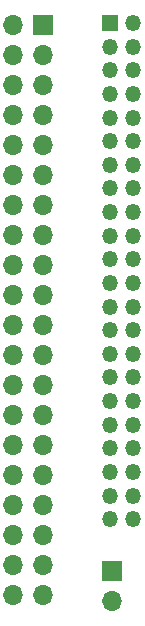
<source format=gbr>
%TF.GenerationSoftware,KiCad,Pcbnew,(6.0.4)*%
%TF.CreationDate,2022-04-17T12:33:45-05:00*%
%TF.ProjectId,40p-ide-to-44p-dom,3430702d-6964-4652-9d74-6f2d3434702d,rev?*%
%TF.SameCoordinates,Original*%
%TF.FileFunction,Soldermask,Bot*%
%TF.FilePolarity,Negative*%
%FSLAX46Y46*%
G04 Gerber Fmt 4.6, Leading zero omitted, Abs format (unit mm)*
G04 Created by KiCad (PCBNEW (6.0.4)) date 2022-04-17 12:33:45*
%MOMM*%
%LPD*%
G01*
G04 APERTURE LIST*
%ADD10R,1.700000X1.700000*%
%ADD11O,1.700000X1.700000*%
%ADD12R,1.350000X1.350000*%
%ADD13O,1.350000X1.350000*%
G04 APERTURE END LIST*
D10*
%TO.C,J2*%
X156464000Y-63242000D03*
D11*
X153924000Y-63242000D03*
X156464000Y-65782000D03*
X153924000Y-65782000D03*
X156464000Y-68322000D03*
X153924000Y-68322000D03*
X156464000Y-70862000D03*
X153924000Y-70862000D03*
X156464000Y-73402000D03*
X153924000Y-73402000D03*
X156464000Y-75942000D03*
X153924000Y-75942000D03*
X156464000Y-78482000D03*
X153924000Y-78482000D03*
X156464000Y-81022000D03*
X153924000Y-81022000D03*
X156464000Y-83562000D03*
X153924000Y-83562000D03*
X156464000Y-86102000D03*
X153924000Y-86102000D03*
X156464000Y-88642000D03*
X153924000Y-88642000D03*
X156464000Y-91182000D03*
X153924000Y-91182000D03*
X156464000Y-93722000D03*
X153924000Y-93722000D03*
X156464000Y-96262000D03*
X153924000Y-96262000D03*
X156464000Y-98802000D03*
X153924000Y-98802000D03*
X156464000Y-101342000D03*
X153924000Y-101342000D03*
X156464000Y-103882000D03*
X153924000Y-103882000D03*
X156464000Y-106422000D03*
X153924000Y-106422000D03*
X156464000Y-108962000D03*
X153924000Y-108962000D03*
X156464000Y-111502000D03*
X153924000Y-111502000D03*
%TD*%
D10*
%TO.C,J3*%
X162249000Y-109469000D03*
D11*
X162249000Y-112009000D03*
%TD*%
D12*
%TO.C,J1*%
X162068000Y-63074000D03*
D13*
X164068000Y-63074000D03*
X162068000Y-65074000D03*
X164068000Y-65074000D03*
X162068000Y-67074000D03*
X164068000Y-67074000D03*
X162068000Y-69074000D03*
X164068000Y-69074000D03*
X162068000Y-71074000D03*
X164068000Y-71074000D03*
X162068000Y-73074000D03*
X164068000Y-73074000D03*
X162068000Y-75074000D03*
X164068000Y-75074000D03*
X162068000Y-77074000D03*
X164068000Y-77074000D03*
X162068000Y-79074000D03*
X164068000Y-79074000D03*
X162068000Y-81074000D03*
X164068000Y-81074000D03*
X162068000Y-83074000D03*
X164068000Y-83074000D03*
X162068000Y-85074000D03*
X164068000Y-85074000D03*
X162068000Y-87074000D03*
X164068000Y-87074000D03*
X162068000Y-89074000D03*
X164068000Y-89074000D03*
X162068000Y-91074000D03*
X164068000Y-91074000D03*
X162068000Y-93074000D03*
X164068000Y-93074000D03*
X162068000Y-95074000D03*
X164068000Y-95074000D03*
X162068000Y-97074000D03*
X164068000Y-97074000D03*
X162068000Y-99074000D03*
X164068000Y-99074000D03*
X162068000Y-101074000D03*
X164068000Y-101074000D03*
X162068000Y-103074000D03*
X164068000Y-103074000D03*
X162068000Y-105074000D03*
X164068000Y-105074000D03*
%TD*%
M02*

</source>
